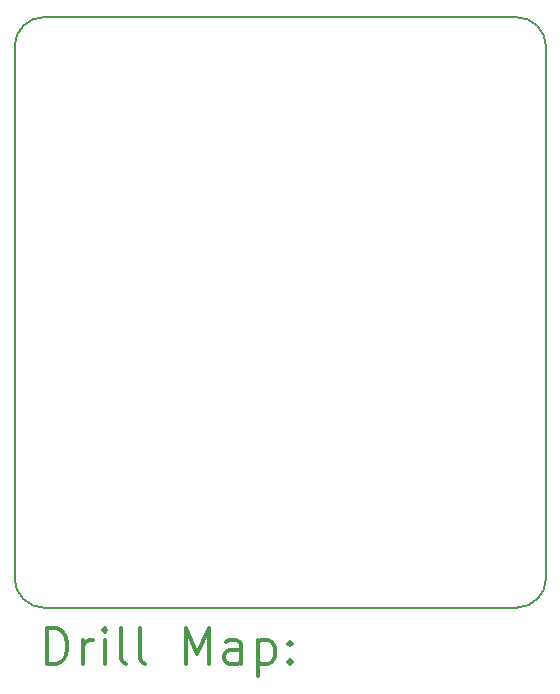
<source format=gbr>
%FSLAX45Y45*%
G04 Gerber Fmt 4.5, Leading zero omitted, Abs format (unit mm)*
G04 Created by KiCad (PCBNEW (5.1.10)-1) date 2023-08-02 14:22:01*
%MOMM*%
%LPD*%
G01*
G04 APERTURE LIST*
%TA.AperFunction,Profile*%
%ADD10C,0.200000*%
%TD*%
%ADD11C,0.200000*%
%ADD12C,0.300000*%
G04 APERTURE END LIST*
D10*
X22489160Y-6578600D02*
G75*
G02*
X22739160Y-6828600I0J-250000D01*
G01*
X18489160Y-11578600D02*
X22489160Y-11578600D01*
X22739160Y-11328600D02*
G75*
G02*
X22489160Y-11578600I-250000J0D01*
G01*
X18239160Y-6828600D02*
X18239160Y-11328600D01*
X22739160Y-11328600D02*
X22739160Y-6828600D01*
X18239160Y-6828600D02*
G75*
G02*
X18489160Y-6578600I250000J0D01*
G01*
X18489160Y-11578600D02*
G75*
G02*
X18239160Y-11328600I0J250000D01*
G01*
X22489160Y-6578600D02*
X18489160Y-6578600D01*
D11*
D12*
X18515588Y-12054314D02*
X18515588Y-11754314D01*
X18587017Y-11754314D01*
X18629874Y-11768600D01*
X18658446Y-11797171D01*
X18672731Y-11825743D01*
X18687017Y-11882886D01*
X18687017Y-11925743D01*
X18672731Y-11982886D01*
X18658446Y-12011457D01*
X18629874Y-12040029D01*
X18587017Y-12054314D01*
X18515588Y-12054314D01*
X18815588Y-12054314D02*
X18815588Y-11854314D01*
X18815588Y-11911457D02*
X18829874Y-11882886D01*
X18844160Y-11868600D01*
X18872731Y-11854314D01*
X18901303Y-11854314D01*
X19001303Y-12054314D02*
X19001303Y-11854314D01*
X19001303Y-11754314D02*
X18987017Y-11768600D01*
X19001303Y-11782886D01*
X19015588Y-11768600D01*
X19001303Y-11754314D01*
X19001303Y-11782886D01*
X19187017Y-12054314D02*
X19158446Y-12040029D01*
X19144160Y-12011457D01*
X19144160Y-11754314D01*
X19344160Y-12054314D02*
X19315588Y-12040029D01*
X19301303Y-12011457D01*
X19301303Y-11754314D01*
X19687017Y-12054314D02*
X19687017Y-11754314D01*
X19787017Y-11968600D01*
X19887017Y-11754314D01*
X19887017Y-12054314D01*
X20158446Y-12054314D02*
X20158446Y-11897171D01*
X20144160Y-11868600D01*
X20115588Y-11854314D01*
X20058446Y-11854314D01*
X20029874Y-11868600D01*
X20158446Y-12040029D02*
X20129874Y-12054314D01*
X20058446Y-12054314D01*
X20029874Y-12040029D01*
X20015588Y-12011457D01*
X20015588Y-11982886D01*
X20029874Y-11954314D01*
X20058446Y-11940029D01*
X20129874Y-11940029D01*
X20158446Y-11925743D01*
X20301303Y-11854314D02*
X20301303Y-12154314D01*
X20301303Y-11868600D02*
X20329874Y-11854314D01*
X20387017Y-11854314D01*
X20415588Y-11868600D01*
X20429874Y-11882886D01*
X20444160Y-11911457D01*
X20444160Y-11997171D01*
X20429874Y-12025743D01*
X20415588Y-12040029D01*
X20387017Y-12054314D01*
X20329874Y-12054314D01*
X20301303Y-12040029D01*
X20572731Y-12025743D02*
X20587017Y-12040029D01*
X20572731Y-12054314D01*
X20558446Y-12040029D01*
X20572731Y-12025743D01*
X20572731Y-12054314D01*
X20572731Y-11868600D02*
X20587017Y-11882886D01*
X20572731Y-11897171D01*
X20558446Y-11882886D01*
X20572731Y-11868600D01*
X20572731Y-11897171D01*
M02*

</source>
